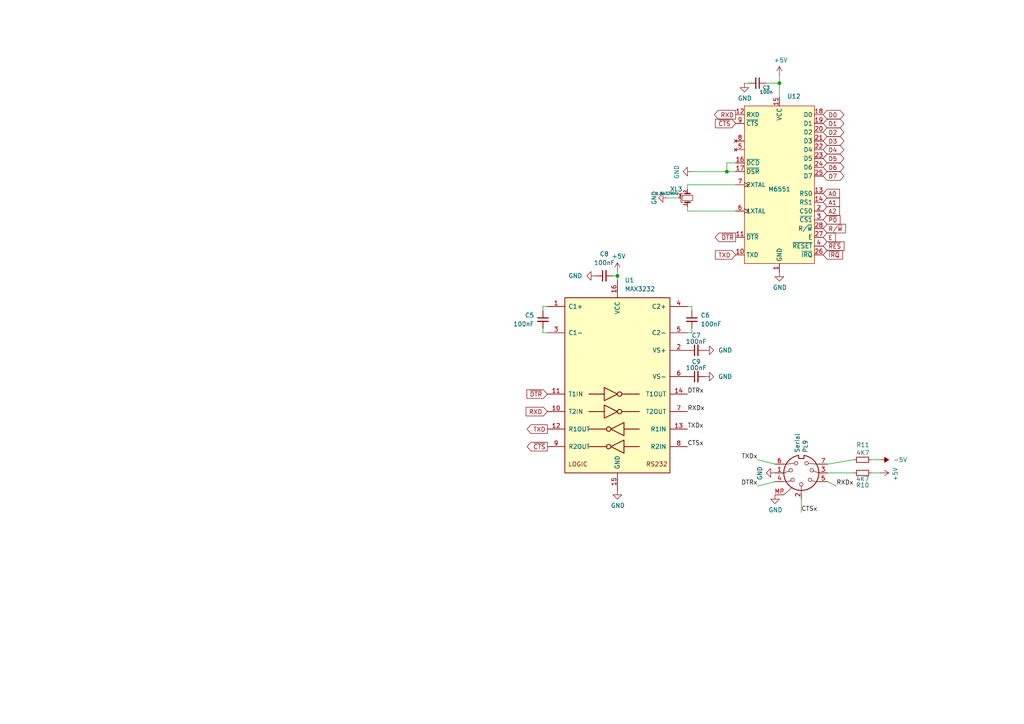
<source format=kicad_sch>
(kicad_sch (version 20250114) (generator "eeschema") (generator_version "9.0")
  (paper "A4")
  (lib_symbols
    (symbol "Device:C_Small" (pin_numbers (hide yes)) (pin_names (offset 0.254) (hide yes))
      (property "Reference" "C" (at 0.254 1.778 0))
      (property "Value" "C_Small" (at 0.254 -2.032 0))
      (symbol "C_Small_0_1"
        (polyline (pts (xy -1.524 0.508) (xy 1.524 0.508)) (stroke (width 0.3048)))
        (polyline (pts (xy -1.524 -0.508) (xy 1.524 -0.508)) (stroke (width 0.3302)))
      )
      (symbol "C_Small_1_1"
        (pin passive line (at 0 2.54 270) (length 2.032) (name "~") (number "1"))
        (pin passive line (at 0 -2.54 90) (length 2.032) (name "~") (number "2"))
      )
    )
    (symbol "Device:Crystal_GND3_Small" (pin_names (offset 1.016) (hide yes))
      (property "Reference" "Y" (at 0 5.08 0))
      (property "Value" "Crystal_GND3_Small" (at 0 3.175 0))
      (symbol "Crystal_GND3_Small_0_1"
        (polyline (pts (xy -1.27 -0.762) (xy -1.27 0.762)) (stroke (width 0.381)))
        (polyline (pts (xy -1.27 -1.27) (xy -1.27 -1.905) (xy 1.27 -1.905) (xy 1.27 -1.27)))
        (rectangle (start -0.762 -1.524) (end 0.762 1.524))
        (polyline (pts (xy 1.27 -0.762) (xy 1.27 0.762)) (stroke (width 0.381)))
      )
      (symbol "Crystal_GND3_Small_1_1"
        (pin passive line (at -2.54 0 0) (length 1.27) (name "1") (number "1"))
        (pin passive line (at 0 -2.54 90) (length 0.635) (name "3") (number "3"))
        (pin passive line (at 2.54 0 180) (length 1.27) (name "2") (number "2"))
      )
    )
    (symbol "Device:R_Small" (pin_numbers (hide yes)) (pin_names (offset 0.254) (hide yes))
      (property "Reference" "R" (at 0.762 0.508 0))
      (property "Value" "R_Small" (at 0.762 -1.016 0))
      (symbol "R_Small_0_1"
        (rectangle (start -0.762 1.778) (end 0.762 -1.778) (stroke (width 0.2032)))
      )
      (symbol "R_Small_1_1"
        (pin passive line (at 0 2.54 270) (length 0.762) (name "~") (number "1"))
        (pin passive line (at 0 -2.54 90) (length 0.762) (name "~") (number "2"))
      )
    )
    (symbol "Interface_UART:MAX3232" (pin_names (offset 1.016))
      (property "Reference" "U" (at -2.54 28.575 0))
      (property "Value" "MAX3232" (at -2.54 26.67 0))
      (symbol "MAX3232_0_0"
        (text "LOGIC" (at -11.43 -22.86 0) (effects (font (size 1.27 1.27))))
        (text "RS232" (at 11.43 -22.86 0) (effects (font (size 1.27 1.27))))
      )
      (symbol "MAX3232_0_1"
        (rectangle (start -15.24 -25.4) (end 15.24 25.4) (stroke (width 0.254)) (fill (type background)))
        (polyline (pts (xy -3.81 -0.635) (xy -3.81 -4.445) (xy 0 -2.54) (xy -3.81 -0.635)) (stroke (width 0.254)))
        (polyline (pts (xy -3.81 -2.54) (xy -8.255 -2.54)) (stroke (width 0.254)))
        (polyline (pts (xy -3.81 -5.715) (xy -3.81 -9.525) (xy 0 -7.62) (xy -3.81 -5.715)) (stroke (width 0.254)))
        (polyline (pts (xy -3.81 -7.62) (xy -8.255 -7.62)) (stroke (width 0.254)))
        (polyline (pts (xy -3.175 -12.7) (xy -8.255 -12.7)) (stroke (width 0.254)))
        (polyline (pts (xy -3.175 -17.78) (xy -8.255 -17.78)) (stroke (width 0.254)))
        (circle (center -2.54 -12.7) (radius 0.635) (stroke (width 0.254)))
        (circle (center -2.54 -17.78) (radius 0.635) (stroke (width 0.254)))
        (circle (center 0.635 -2.54) (radius 0.635) (stroke (width 0.254)))
        (circle (center 0.635 -7.62) (radius 0.635) (stroke (width 0.254)))
        (polyline (pts (xy 1.27 -2.54) (xy 6.35 -2.54)) (stroke (width 0.254)))
        (polyline (pts (xy 1.27 -7.62) (xy 6.35 -7.62)) (stroke (width 0.254)))
        (polyline (pts (xy 1.905 -10.795) (xy 1.905 -14.605) (xy -1.905 -12.7) (xy 1.905 -10.795)) (stroke (width 0.254)))
        (polyline (pts (xy 1.905 -12.7) (xy 6.35 -12.7)) (stroke (width 0.254)))
        (polyline (pts (xy 1.905 -15.875) (xy 1.905 -19.685) (xy -1.905 -17.78) (xy 1.905 -15.875)) (stroke (width 0.254)))
        (polyline (pts (xy 1.905 -17.78) (xy 6.35 -17.78)) (stroke (width 0.254)))
      )
      (symbol "MAX3232_1_1"
        (pin passive line (at -20.32 22.86 0) (length 5.08) (name "C1+") (number "1"))
        (pin passive line (at -20.32 15.24 0) (length 5.08) (name "C1-") (number "3"))
        (pin input line (at -20.32 -2.54 0) (length 5.08) (name "T1IN") (number "11"))
        (pin input line (at -20.32 -7.62 0) (length 5.08) (name "T2IN") (number "10"))
        (pin output line (at -20.32 -12.7 0) (length 5.08) (name "R1OUT") (number "12"))
        (pin output line (at -20.32 -17.78 0) (length 5.08) (name "R2OUT") (number "9"))
        (pin power_in line (at 0 30.48 270) (length 5.08) (name "VCC") (number "16"))
        (pin power_in line (at 0 -30.48 90) (length 5.08) (name "GND") (number "15"))
        (pin passive line (at 20.32 22.86 180) (length 5.08) (name "C2+") (number "4"))
        (pin passive line (at 20.32 15.24 180) (length 5.08) (name "C2-") (number "5"))
        (pin power_out line (at 20.32 10.16 180) (length 5.08) (name "VS+") (number "2"))
        (pin power_out line (at 20.32 2.54 180) (length 5.08) (name "VS-") (number "6"))
        (pin output line (at 20.32 -2.54 180) (length 5.08) (name "T1OUT") (number "14"))
        (pin output line (at 20.32 -7.62 180) (length 5.08) (name "T2OUT") (number "7"))
        (pin input line (at 20.32 -12.7 180) (length 5.08) (name "R1IN") (number "13"))
        (pin input line (at 20.32 -17.78 180) (length 5.08) (name "R2IN") (number "8"))
      )
    )
    (symbol "Motorola PIA:6551"
      (property "Reference" "U" (at 0 0 0))
      (symbol "6551_0_1"
        (rectangle (start -10.16 24.13) (end 10.16 -21.59) (fill (type background)))
      )
      (symbol "6551_1_1"
        (pin input line (at -12.7 21.59 0) (length 2.54) (name "RXD") (number "12"))
        (pin input line (at -12.7 19.05 0) (length 2.54) (name "~{CTS}") (number "9"))
        (pin no_connect line (at -12.7 13.97 0) (length 2.54) (name "~") (number "8"))
        (pin no_connect line (at -12.7 11.43 0) (length 2.54) (name "~") (number "5"))
        (pin input line (at -12.7 7.62 0) (length 2.54) (name "~{DCD}") (number "16"))
        (pin input line (at -12.7 5.08 0) (length 2.54) (name "~{DSR}") (number "17"))
        (pin input clock (at -12.7 1.27 0) (length 2.54) (name "2XTAL") (number "7"))
        (pin output clock (at -12.7 -6.35 0) (length 2.54) (name "1XTAL") (number "6"))
        (pin output line (at -12.7 -13.97 0) (length 2.54) (name "~{DTR}") (number "11"))
        (pin output line (at -12.7 -19.05 0) (length 2.54) (name "TXD") (number "10"))
        (pin power_in line (at 0 26.67 270) (length 2.54) (name "VCC") (number "15"))
        (pin power_in line (at 0 -24.13 90) (length 2.54) (name "GND") (number "1"))
        (pin tri_state line (at 12.7 21.59 180) (length 2.54) (name "D0") (number "18"))
        (pin tri_state line (at 12.7 19.05 180) (length 2.54) (name "D1") (number "19"))
        (pin tri_state line (at 12.7 16.51 180) (length 2.54) (name "D2") (number "20"))
        (pin tri_state line (at 12.7 13.97 180) (length 2.54) (name "D3") (number "21"))
        (pin tri_state line (at 12.7 11.43 180) (length 2.54) (name "D4") (number "22"))
        (pin tri_state line (at 12.7 8.89 180) (length 2.54) (name "D5") (number "23"))
        (pin tri_state line (at 12.7 6.35 180) (length 2.54) (name "D6") (number "24"))
        (pin tri_state line (at 12.7 3.81 180) (length 2.54) (name "D7") (number "25"))
        (pin input line (at 12.7 -1.27 180) (length 2.54) (name "RS0") (number "13"))
        (pin input line (at 12.7 -3.81 180) (length 2.54) (name "RS1") (number "14"))
        (pin input line (at 12.7 -6.35 180) (length 2.54) (name "CS0") (number "2"))
        (pin input line (at 12.7 -8.89 180) (length 2.54) (name "~{CS1}") (number "3"))
        (pin input line (at 12.7 -11.43 180) (length 2.54) (name "R/~{W}") (number "28"))
        (pin input line (at 12.7 -13.97 180) (length 2.54) (name "E") (number "27"))
        (pin input line (at 12.7 -16.51 180) (length 2.54) (name "~{RESET}") (number "4"))
        (pin open_collector line (at 12.7 -19.05 180) (length 2.54) (name "~{IRQ}") (number "26"))
      )
    )
    (symbol "dragon64:DIN-7-MP" (pin_names (offset 1.016))
      (property "Reference" "J" (at 3.175 5.715 0))
      (property "Value" "DIN-7-MP" (at 0 -6.604 0))
      (symbol "DIN-7-MP_0_1"
        (polyline (pts (xy -5.08 6.35) (xy -2.794 4.318)) (stroke (width 0.1524)))
        (polyline (pts (xy -5.08 2.54) (xy -4.318 2.54) (xy -3.048 2.286)))
        (polyline (pts (xy -5.08 0) (xy -3.556 -0.508)))
        (polyline (pts (xy -5.08 -2.54) (xy -4.318 -2.54) (xy -2.032 -2.794)))
        (circle (center -3.048 -0.762) (radius 0.508))
        (circle (center -2.54 2.032) (radius 0.508))
        (circle (center -1.524 -2.794) (radius 0.508))
        (polyline (pts (xy -0.762 -4.953) (xy -0.762 -4.191) (xy 0.762 -4.191) (xy 0.762 -4.953)) (stroke (width 0.254)))
        (arc (start 5.08 0) (mid 3.8673 -3.3444) (end 0.762 -5.08) (stroke (width 0.254)))
        (polyline (pts (xy 0 5.08) (xy 0 3.81)))
        (circle (center 0 3.302) (radius 0.508))
        (arc (start -5.08 0) (mid 0 5.0579) (end 5.08 0) (stroke (width 0.254)))
        (arc (start -0.762 -5.08) (mid -3.8597 -3.3379) (end -5.08 0) (stroke (width 0.254)))
        (circle (center 1.524 -2.794) (radius 0.508))
        (circle (center 2.54 2.032) (radius 0.508))
        (circle (center 3.048 -0.762) (radius 0.508))
        (polyline (pts (xy 5.08 2.54) (xy 4.318 2.54) (xy 3.048 2.286)))
        (polyline (pts (xy 5.08 0) (xy 3.556 -0.508)))
        (polyline (pts (xy 5.08 -2.54) (xy 4.318 -2.54) (xy 2.032 -2.794)))
      )
      (symbol "DIN-7-MP_1_1"
        (pin passive line (at -7.62 6.35 0) (length 2.54) (name "") (number "MP"))
        (pin passive line (at -7.62 2.54 0) (length 2.54) (name "~") (number "4"))
        (pin passive line (at -7.62 0 0) (length 2.54) (name "~") (number "1"))
        (pin passive line (at -7.62 -2.54 0) (length 2.54) (name "~") (number "6"))
        (pin passive line (at 0 7.62 270) (length 2.54) (name "~") (number "2"))
        (pin passive line (at 7.62 2.54 180) (length 2.54) (name "~") (number "5"))
        (pin passive line (at 7.62 0 180) (length 2.54) (name "~") (number "3"))
        (pin passive line (at 7.62 -2.54 180) (length 2.54) (name "~") (number "7"))
      )
    )
    (symbol "power:+5V" (power) (pin_names (offset 0))
      (property "Value" "+5V" (at 0 3.556 0))
      (symbol "+5V_0_1"
        (polyline (pts (xy -0.762 1.27) (xy 0 2.54)))
        (polyline (pts (xy 0 2.54) (xy 0.762 1.27)))
        (polyline (pts (xy 0 0) (xy 0 2.54)))
      )
      (symbol "+5V_1_1"
        (pin power_in line (at 0 0 90) (length 0) (hide yes) (name "+5V") (number "1"))
      )
    )
    (symbol "power:-5V" (power) (pin_numbers (hide yes)) (pin_names (offset 0) (hide yes))
      (property "Value" "-5V" (at 0 3.556 0))
      (symbol "-5V_0_0"
        (pin power_in line (at 0 0 90) (length 0) (name "~") (number "1"))
      )
      (symbol "-5V_0_1"
        (polyline (pts (xy 0 0) (xy 0 1.27) (xy 0.762 1.27) (xy 0 2.54) (xy -0.762 1.27) (xy 0 1.27)) (fill (type outline)))
      )
    )
    (symbol "power:GND" (power) (pin_names (offset 0))
      (property "Value" "GND" (at 0 -3.81 0))
      (symbol "GND_0_1"
        (polyline (pts (xy 0 0) (xy 0 -1.27) (xy 1.27 -1.27) (xy 0 -2.54) (xy -1.27 -1.27) (xy 0 -1.27)))
      )
      (symbol "GND_1_1"
        (pin power_in line (at 0 0 270) (length 0) (hide yes) (name "GND") (number "1"))
      )
    )
  )
  (junction (at 226.06 24.13))
  (junction (at 210.82 49.784))
  (junction (at 179.07 80.01))
  (wire (pts (xy 226.06 24.13) (xy 226.06 28.194)))
  (wire (pts (xy 199.39 53.594) (xy 199.39 54.864)))
  (wire (pts (xy 210.82 47.244) (xy 210.82 49.784)))
  (wire (pts (xy 240.03 137.16) (xy 247.65 137.16)))
  (wire (pts (xy 222.25 24.13) (xy 226.06 24.13)))
  (wire (pts (xy 226.06 24.13) (xy 226.06 21.844)))
  (wire (pts (xy 157.48 95.25) (xy 157.48 96.52)))
  (wire (pts (xy 213.36 47.244) (xy 210.82 47.244)))
  (wire (pts (xy 179.07 78.74) (xy 179.07 80.01)))
  (wire (pts (xy 219.71 140.97) (xy 224.79 139.7)))
  (wire (pts (xy 199.39 61.214) (xy 213.36 61.214)))
  (wire (pts (xy 224.79 134.62) (xy 219.71 133.35)))
  (wire (pts (xy 252.73 133.35) (xy 255.27 133.35)))
  (wire (pts (xy 199.39 53.594) (xy 213.36 53.594)))
  (wire (pts (xy 255.27 137.16) (xy 252.73 137.16)))
  (wire (pts (xy 247.65 133.35) (xy 240.03 134.62)))
  (wire (pts (xy 200.66 88.9) (xy 200.66 90.17)))
  (wire (pts (xy 232.41 144.78) (xy 232.41 148.59)))
  (wire (pts (xy 193.548 57.404) (xy 196.85 57.404)))
  (wire (pts (xy 215.9 24.13) (xy 217.17 24.13)))
  (wire (pts (xy 157.48 96.52) (xy 158.75 96.52)))
  (wire (pts (xy 240.03 139.7) (xy 242.57 140.97)))
  (wire (pts (xy 179.07 80.01) (xy 179.07 81.28)))
  (wire (pts (xy 177.8 80.01) (xy 179.07 80.01)))
  (wire (pts (xy 199.39 88.9) (xy 200.66 88.9)))
  (wire (pts (xy 210.82 49.784) (xy 200.66 49.784)))
  (wire (pts (xy 157.48 88.9) (xy 157.48 90.17)))
  (wire (pts (xy 158.75 88.9) (xy 157.48 88.9)))
  (wire (pts (xy 213.36 49.784) (xy 210.82 49.784)))
  (wire (pts (xy 200.66 96.52) (xy 199.39 96.52)))
  (wire (pts (xy 200.66 95.25) (xy 200.66 96.52)))
  (wire (pts (xy 199.39 59.944) (xy 199.39 61.214)))
  (label "DTRx" (at 219.71 140.97 180))
  (label "TXDx" (at 219.71 133.35 180))
  (label "CTSx" (at 232.41 148.59 0))
  (label "RXDx" (at 242.57 140.97 0))
  (label "TXDx" (at 199.39 124.46 0))
  (label "RXDx" (at 199.39 119.38 0))
  (label "DTRx" (at 199.39 114.3 0))
  (label "CTSx" (at 199.39 129.54 0))
  (global_label "D4" (shape bidirectional) (at 238.76 43.434 0) (property "Intersheetrefs" "${INTERSHEET_REFS}" (effects (hide yes))))
  (global_label "A2" (shape input) (at 238.76 61.214 0) (property "Intersheetrefs" "${INTERSHEET_REFS}" (effects (hide yes))))
  (global_label "~{P0}" (shape input) (at 238.76 63.754 0) (property "Intersheetrefs" "${INTERSHEET_REFS}" (effects (hide yes))))
  (global_label "D5" (shape bidirectional) (at 238.76 45.974 0) (property "Intersheetrefs" "${INTERSHEET_REFS}" (effects (hide yes))))
  (global_label "~{CTS}" (shape input) (at 213.36 35.814 180) (property "Intersheetrefs" "${INTERSHEET_REFS}" (effects (hide yes))))
  (global_label "E" (shape input) (at 238.76 68.834 0) (property "Intersheetrefs" "${INTERSHEET_REFS}" (effects (hide yes))))
  (global_label "~{DTR}" (shape output) (at 213.36 68.834 180) (property "Intersheetrefs" "${INTERSHEET_REFS}" (effects (hide yes))))
  (global_label "D6" (shape bidirectional) (at 238.76 48.514 0) (property "Intersheetrefs" "${INTERSHEET_REFS}" (effects (hide yes))))
  (global_label "~{IRQ}" (shape input) (at 238.76 73.914 0) (property "Intersheetrefs" "${INTERSHEET_REFS}" (effects (hide yes))))
  (global_label "D3" (shape bidirectional) (at 238.76 40.894 0) (property "Intersheetrefs" "${INTERSHEET_REFS}" (effects (hide yes))))
  (global_label "D7" (shape bidirectional) (at 238.76 51.054 0) (property "Intersheetrefs" "${INTERSHEET_REFS}" (effects (hide yes))))
  (global_label "~{RES}" (shape input) (at 238.76 71.374 0) (property "Intersheetrefs" "${INTERSHEET_REFS}" (effects (hide yes))))
  (global_label "R{slash}~{W}" (shape input) (at 238.76 66.294 0) (property "Intersheetrefs" "${INTERSHEET_REFS}" (effects (hide yes))))
  (global_label "RXD" (shape output) (at 213.36 33.274 180) (property "Intersheetrefs" "${INTERSHEET_REFS}" (effects (hide yes))))
  (global_label "A0" (shape input) (at 238.76 56.134 0) (property "Intersheetrefs" "${INTERSHEET_REFS}" (effects (hide yes))))
  (global_label "TXD" (shape input) (at 213.36 73.914 180) (property "Intersheetrefs" "${INTERSHEET_REFS}" (effects (hide yes))))
  (global_label "D2" (shape bidirectional) (at 238.76 38.354 0) (property "Intersheetrefs" "${INTERSHEET_REFS}" (effects (hide yes))))
  (global_label "A1" (shape input) (at 238.76 58.674 0) (property "Intersheetrefs" "${INTERSHEET_REFS}" (effects (hide yes))))
  (global_label "TXD" (shape output) (at 158.75 124.46 180) (property "Intersheetrefs" "${INTERSHEET_REFS}" (effects (hide yes))))
  (global_label "~{DTR}" (shape input) (at 158.75 114.3 180) (property "Intersheetrefs" "${INTERSHEET_REFS}" (effects (hide yes))))
  (global_label "~{CTS}" (shape output) (at 158.75 129.54 180) (property "Intersheetrefs" "${INTERSHEET_REFS}" (effects (hide yes))))
  (global_label "D0" (shape bidirectional) (at 238.76 33.274 0) (property "Intersheetrefs" "${INTERSHEET_REFS}" (effects (hide yes))))
  (global_label "RXD" (shape input) (at 158.75 119.38 180) (property "Intersheetrefs" "${INTERSHEET_REFS}" (effects (hide yes))))
  (global_label "D1" (shape bidirectional) (at 238.76 35.814 0) (property "Intersheetrefs" "${INTERSHEET_REFS}" (effects (hide yes))))
  (symbol (lib_id "Device:R_Small") (at 250.19 133.35 90) (unit 1)
    (property "Reference" "R11" (at 252.222 129.032 90) (effects (justify left)))
    (property "Value" "4K7" (at 252.222 131.318 90) (effects (justify left)))
    (property "Footprint" "Resistor_SMD:R_0805_2012Metric_Pad1.20x1.40mm_HandSolder" (effects (hide yes)))
    (property "DigiKey" "CF14JT4K70CT-ND" (effects (hide yes)))
  )
  (symbol (lib_id "Interface_UART:MAX3232") (at 179.07 111.76 0) (unit 1)
    (property "Reference" "U1" (at 181.2133 81.28 0) (effects (justify left)))
    (property "Value" "MAX3232" (at 181.2133 83.82 0) (effects (justify left)))
    (property "Footprint" "Package_DIP:DIP-16_W7.62mm" (effects (hide yes)))
    (property "Datasheet" "https://datasheets.maximintegrated.com/en/ds/MAX3222-MAX3241.pdf" (effects (hide yes)))
    (property "Description" "3.0V to 5.5V, Low-Power, up to 1Mbps, True RS-232 Transceivers Using Four 0.1μF External Capacitors" (effects (hide yes)))
  )
  (symbol (lib_id "power:GND") (at 215.9 24.13 0) (unit 1)
    (property "Reference" "#PWR077" (effects (hide yes)))
    (property "Value" "GND" (at 216.027 28.5242 0))
    (instances (project "Dragon32" (path "" (reference "#PWR077") (unit 1))) (project "dragon64" (path "" (reference "#PWR0233") (unit 1))))
  )
  (symbol (lib_id "power:GND") (at 172.72 80.01 270) (unit 1)
    (property "Reference" "#PWR063" (effects (hide yes)))
    (property "Value" "GND" (at 168.91 80.0099 90) (effects (justify right)))
    (property "Description" "Power symbol creates a global label with name \"GND\" , ground" (effects (hide yes)))
  )
  (symbol (lib_id "power:+5V") (at 179.07 78.74 0) (unit 1)
    (property "Reference" "#PWR064" (effects (hide yes)))
    (property "Value" "+5V" (at 179.451 74.3458 0))
  )
  (symbol (lib_id "Device:C_Small") (at 201.93 109.22 90) (unit 1)
    (property "Reference" "C9" (at 201.93 104.902 90))
    (property "Value" "100nF" (at 201.93 106.68 90))
    (property "Footprint" "Capacitor_SMD:C_0805_2012Metric_Pad1.18x1.45mm_HandSolder" (effects (hide yes)))
    (property "Description" "Unpolarized capacitor, small symbol" (effects (hide yes)))
    (property "DigiKey" "311-1140-1-ND" (effects (hide yes)))
    (property "LCSC" "MBK0805X7R104K500NT" (effects (hide yes)))
  )
  (symbol (lib_id "Device:C_Small") (at 175.26 80.01 90) (unit 1)
    (property "Reference" "C8" (at 175.2663 73.66 90))
    (property "Value" "100nF" (at 175.2663 76.2 90))
    (property "Footprint" "Capacitor_SMD:C_0805_2012Metric_Pad1.18x1.45mm_HandSolder" (effects (hide yes)))
    (property "Description" "Unpolarized capacitor, small symbol" (effects (hide yes)))
    (property "DigiKey" "311-1140-1-ND" (effects (hide yes)))
    (property "LCSC" "MBK0805X7R104K500NT" (effects (hide yes)))
  )
  (symbol (lib_id "Device:C_Small") (at 157.48 92.71 0) (mirror y) (unit 1)
    (property "Reference" "C5" (at 154.94 91.4462 0) (effects (justify left)))
    (property "Value" "100nF" (at 154.94 93.9862 0) (effects (justify left)))
    (property "Footprint" "Capacitor_SMD:C_0805_2012Metric_Pad1.18x1.45mm_HandSolder" (effects (hide yes)))
    (property "Description" "Unpolarized capacitor, small symbol" (effects (hide yes)))
    (property "DigiKey" "311-1140-1-ND" (effects (hide yes)))
    (property "LCSC" "MBK0805X7R104K500NT" (effects (hide yes)))
  )
  (symbol (lib_id "Motorola PIA:6551") (at 226.06 54.864 0) (unit 1)
    (property "Reference" "U12" (at 228.2541 27.94 0) (effects (justify left)))
    (property "Value" "M6551" (at 226.06 54.864 0))
    (property "Footprint" "Package_DIP:DIP-28_W15.24mm" (effects (hide yes)))
  )
  (symbol (lib_id "power:GND") (at 224.79 137.16 270) (unit 1)
    (property "Reference" "#PWR081" (effects (hide yes)))
    (property "Value" "GND" (at 220.3958 137.287 0))
    (instances (project "Dragon32" (path "" (reference "#PWR081") (unit 1))) (project "dragon64" (path "" (reference "#PWR0236") (unit 1))))
  )
  (symbol (lib_id "power:GND") (at 224.79 143.51 0) (unit 1)
    (property "Reference" "#PWR082" (effects (hide yes)))
    (property "Value" "GND" (at 224.917 147.9042 0))
    (instances (project "Dragon32" (path "" (reference "#PWR082") (unit 1))) (project "dragon64" (path "" (reference "#PWR0236") (unit 1))))
  )
  (symbol (lib_id "power:GND") (at 204.47 109.22 90) (unit 1)
    (property "Reference" "#PWR062" (effects (hide yes)))
    (property "Value" "GND" (at 208.28 109.2199 90) (effects (justify right)))
    (property "Description" "Power symbol creates a global label with name \"GND\" , ground" (effects (hide yes)))
  )
  (symbol (lib_id "power:+5V") (at 226.06 21.844 0) (unit 1)
    (property "Reference" "#PWR076" (effects (hide yes)))
    (property "Value" "+5V" (at 226.441 17.4498 0))
    (instances (project "Dragon32" (path "" (reference "#PWR076") (unit 1))) (project "dragon64" (path "" (reference "#PWR0232") (unit 1))))
  )
  (symbol (lib_id "Device:C_Small") (at 219.71 24.13 270) (unit 1)
    (property "Reference" "C3" (at 222.25 25.4 90) (effects (font (size 0.9906 0.9906))))
    (property "Value" "100n" (at 222.25 26.67 90) (effects (font (size 0.9906 0.9906))))
    (property "Footprint" "Capacitor_SMD:C_0805_2012Metric_Pad1.18x1.45mm_HandSolder" (effects (hide yes)))
  )
  (symbol (lib_id "Device:C_Small") (at 201.93 101.6 90) (unit 1)
    (property "Reference" "C7" (at 201.93 97.282 90))
    (property "Value" "100nF" (at 201.93 99.06 90))
    (property "Footprint" "Capacitor_SMD:C_0805_2012Metric_Pad1.18x1.45mm_HandSolder" (effects (hide yes)))
    (property "Description" "Unpolarized capacitor, small symbol" (effects (hide yes)))
    (property "DigiKey" "311-1140-1-ND" (effects (hide yes)))
    (property "LCSC" "MBK0805X7R104K500NT" (effects (hide yes)))
  )
  (symbol (lib_id "power:-5V") (at 255.27 133.35 270) (unit 1)
    (property "Reference" "#PWR060" (effects (hide yes)))
    (property "Value" "-5V" (at 259.08 133.3501 90) (effects (justify left)))
    (property "Description" "Power symbol creates a global label with name \"-5V\"" (effects (hide yes)))
  )
  (symbol (lib_id "Device:Crystal_GND3_Small") (at 199.39 57.404 270) (mirror x) (unit 1)
    (property "Reference" "XL3" (at 194.31 54.864 90) (effects (justify left)))
    (property "Value" "1.8432MHz" (at 196.85 56.134 90) (effects (font (size 0.7874 0.7874)) (justify right)))
    (property "Footprint" "Crystal:Crystal_HC18-U_Horizontal_1EP_style2" (effects (hide yes)))
    (instances (project "Dragon32" (path "" (reference "XL3") (unit 1))) (project "dragon64" (path "" (reference "XL5") (unit 1))))
  )
  (symbol (lib_id "power:GND") (at 200.66 49.784 270) (unit 1)
    (property "Reference" "#PWR075" (effects (hide yes)))
    (property "Value" "GND" (at 196.2658 49.911 0))
    (instances (project "Dragon32" (path "" (reference "#PWR075") (unit 1))) (project "dragon64" (path "" (reference "#PWR0236") (unit 1))))
  )
  (symbol (lib_id "Device:R_Small") (at 250.19 137.16 90) (unit 1)
    (property "Reference" "R10" (at 250.19 140.716 90))
    (property "Value" "4K7" (at 250.19 138.938 90))
    (property "Footprint" "Resistor_SMD:R_0805_2012Metric_Pad1.20x1.40mm_HandSolder" (effects (hide yes)))
    (property "DigiKey" "CF14JT4K70CT-ND" (effects (hide yes)))
  )
  (symbol (lib_id "dragon64:DIN-7-MP") (at 232.41 137.16 0) (mirror x) (unit 1)
    (property "Reference" "PL9" (at 233.5784 131.318 90) (effects (justify right)))
    (property "Value" "Serial" (at 231.267 131.318 90) (effects (justify right)))
    (property "Footprint" "Dragon:DIN-7_DELTRON_671-0701_Horizontal" (effects (hide yes)))
    (property "Datasheet" "http://www.mouser.com/ds/2/18/40_c091_abd_e-75918.pdf" (effects (hide yes)))
    (instances (project "Dragon32" (path "" (reference "PL9") (unit 1))) (project "dragon64" (path "" (reference "PL8") (unit 1))))
  )
  (symbol (lib_id "power:GND") (at 179.07 142.24 0) (unit 1)
    (property "Reference" "#PWR065" (effects (hide yes)))
    (property "Value" "GND" (at 179.197 146.6342 0))
  )
  (symbol (lib_id "power:GND") (at 226.06 78.994 0) (unit 1)
    (property "Reference" "#PWR078" (effects (hide yes)))
    (property "Value" "GND" (at 226.187 83.3882 0))
    (instances (project "Dragon32" (path "" (reference "#PWR078") (unit 1))) (project "dragon64" (path "" (reference "#PWR0233") (unit 1))))
  )
  (symbol (lib_id "power:+5V") (at 255.27 137.16 270) (unit 1)
    (property "Reference" "#PWR059" (effects (hide yes)))
    (property "Value" "+5V" (at 259.6642 137.541 0))
  )
  (symbol (lib_id "power:GND") (at 193.548 57.404 270) (unit 1)
    (property "Reference" "#PWR074" (effects (hide yes)))
    (property "Value" "GND" (at 189.738 57.404 0))
    (instances (project "Dragon32" (path "" (reference "#PWR074") (unit 1))) (project "dragon64" (path "" (reference "#PWR0292") (unit 1))))
  )
  (symbol (lib_id "power:GND") (at 204.47 101.6 90) (unit 1)
    (property "Reference" "#PWR061" (effects (hide yes)))
    (property "Value" "GND" (at 208.28 101.5999 90) (effects (justify right)))
    (property "Description" "Power symbol creates a global label with name \"GND\" , ground" (effects (hide yes)))
  )
  (symbol (lib_id "Device:C_Small") (at 200.66 92.71 0) (unit 1)
    (property "Reference" "C6" (at 203.2 91.4462 0) (effects (justify left)))
    (property "Value" "100nF" (at 203.2 93.9862 0) (effects (justify left)))
    (property "Footprint" "Capacitor_SMD:C_0805_2012Metric_Pad1.18x1.45mm_HandSolder" (effects (hide yes)))
    (property "Description" "Unpolarized capacitor, small symbol" (effects (hide yes)))
    (property "DigiKey" "311-1140-1-ND" (effects (hide yes)))
    (property "LCSC" "MBK0805X7R104K500NT" (effects (hide yes)))
  )
)
</source>
